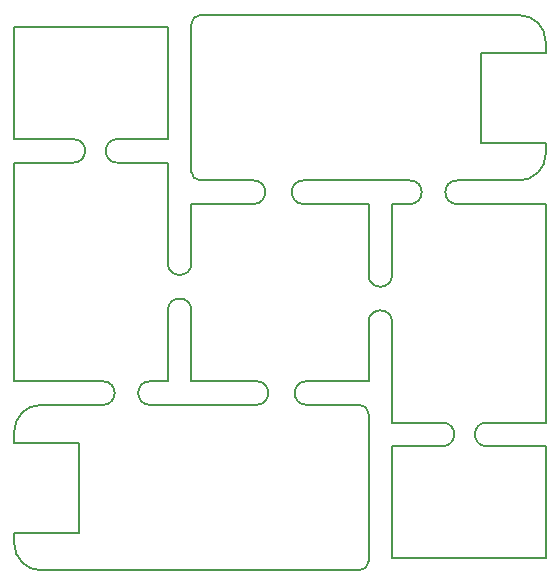
<source format=gko>
%TF.GenerationSoftware,KiCad,Pcbnew,4.0.6*%
%TF.CreationDate,2017-04-20T11:48:03-04:00*%
%TF.ProjectId,Panel,50616E656C2E6B696361645F70636200,rev?*%
%TF.FileFunction,Profile,NP*%
%FSLAX46Y46*%
G04 Gerber Fmt 4.6, Leading zero omitted, Abs format (unit mm)*
G04 Created by KiCad (PCBNEW 4.0.6) date Thu Apr 20 11:48:03 2017*
%MOMM*%
%LPD*%
G01*
G04 APERTURE LIST*
%ADD10C,0.100000*%
%ADD11C,0.150000*%
G04 APERTURE END LIST*
D10*
D11*
X137500000Y-113000000D02*
X142750000Y-113000000D01*
X124500000Y-113000000D02*
X133500000Y-113000000D01*
X115750000Y-113000000D02*
X120250000Y-113000000D01*
X120500000Y-132000000D02*
X111500000Y-132000000D01*
X129250000Y-132000000D02*
X124750000Y-132000000D01*
X115000000Y-115000000D02*
X120250000Y-115000000D01*
X133500000Y-115000000D02*
G75*
G03X133500000Y-113000000I0J1000000D01*
G01*
X124500000Y-113000000D02*
G75*
G03X124500000Y-115000000I0J-1000000D01*
G01*
X133500000Y-115000000D02*
X132000000Y-115000000D01*
X124500000Y-115000000D02*
X130000000Y-115000000D01*
X120250000Y-115000000D02*
G75*
G03X120250000Y-113000000I0J1000000D01*
G01*
X137500000Y-113000000D02*
G75*
G03X137500000Y-115000000I0J-1000000D01*
G01*
X132000000Y-145000000D02*
X132000000Y-135500000D01*
X132000000Y-145000000D02*
X132000000Y-145000000D01*
X136250000Y-135500000D02*
X132000000Y-135500000D01*
X136250000Y-135500000D02*
G75*
G03X136250000Y-133500000I0J1000000D01*
G01*
X145000000Y-135500000D02*
X140000000Y-135500000D01*
X140000000Y-133500000D02*
G75*
G03X140000000Y-135500000I0J-1000000D01*
G01*
X145000000Y-135500000D02*
X145000000Y-145000000D01*
X145000000Y-145000000D02*
X132000000Y-145000000D01*
X130000000Y-125000000D02*
X130000000Y-130000000D01*
X145000000Y-133500000D02*
X140000000Y-133500000D01*
X132000000Y-133500000D02*
X132000000Y-125000000D01*
X145000000Y-115000000D02*
X145000000Y-133500000D01*
X136250000Y-133500000D02*
X132000000Y-133500000D01*
X132000000Y-125000000D02*
G75*
G03X130000000Y-125000000I-1000000J0D01*
G01*
X130000000Y-121000000D02*
G75*
G03X132000000Y-121000000I1000000J0D01*
G01*
X137500000Y-115000000D02*
X145000000Y-115000000D01*
X132000000Y-121000000D02*
X132000000Y-115000000D01*
X130000000Y-115000000D02*
X130000000Y-121000000D01*
X120500000Y-130000000D02*
X115000000Y-130000000D01*
X115000000Y-130000000D02*
X115000000Y-124000000D01*
X113000000Y-124000000D02*
X113000000Y-130000000D01*
X113000000Y-120000000D02*
G75*
G03X115000000Y-120000000I1000000J0D01*
G01*
X115000000Y-124000000D02*
G75*
G03X113000000Y-124000000I-1000000J0D01*
G01*
X124750000Y-130000000D02*
G75*
G03X124750000Y-132000000I0J-1000000D01*
G01*
X120500000Y-132000000D02*
G75*
G03X120500000Y-130000000I0J1000000D01*
G01*
X107500000Y-130000000D02*
X100000000Y-130000000D01*
X111500000Y-130000000D02*
X113000000Y-130000000D01*
X111500000Y-130000000D02*
G75*
G03X111500000Y-132000000I0J-1000000D01*
G01*
X107500000Y-132000000D02*
G75*
G03X107500000Y-130000000I0J1000000D01*
G01*
X100000000Y-111500000D02*
X105000000Y-111500000D01*
X108750000Y-111500000D02*
X113000000Y-111500000D01*
X108750000Y-109500000D02*
X113000000Y-109500000D01*
X108750000Y-109500000D02*
G75*
G03X108750000Y-111500000I0J-1000000D01*
G01*
X113000000Y-100000000D02*
X113000000Y-109500000D01*
X105000000Y-111500000D02*
G75*
G03X105000000Y-109500000I0J1000000D01*
G01*
X100000000Y-109500000D02*
X100000000Y-100000000D01*
X100000000Y-109500000D02*
X105000000Y-109500000D01*
X115000000Y-120000000D02*
X115000000Y-115000000D01*
X130000000Y-130000000D02*
X124750000Y-130000000D01*
X100000000Y-130000000D02*
X100000000Y-111500000D01*
X100000000Y-100000000D02*
X113000000Y-100000000D01*
X113000000Y-100000000D02*
X113000000Y-100000000D01*
X113000000Y-111500000D02*
X113000000Y-120000000D01*
X129250000Y-146000000D02*
G75*
G03X130000000Y-145250000I0J750000D01*
G01*
X130000000Y-132750000D02*
G75*
G03X129250000Y-132000000I-750000J0D01*
G01*
X100000000Y-143750000D02*
G75*
G03X102250000Y-146000000I2250000J0D01*
G01*
X102250000Y-132000000D02*
G75*
G03X100000000Y-134250000I0J-2250000D01*
G01*
X100000000Y-142815000D02*
X100000000Y-143750000D01*
X105461000Y-142815000D02*
X100000000Y-142815000D01*
X105461000Y-135195000D02*
X105461000Y-142815000D01*
X100000000Y-135195000D02*
X105461000Y-135195000D01*
X100000000Y-134250000D02*
X100000000Y-135195000D01*
X107500000Y-132000000D02*
X102250000Y-132000000D01*
X130000000Y-145250000D02*
X130000000Y-132750000D01*
X102250000Y-146000000D02*
X129250000Y-146000000D01*
X115750000Y-99000000D02*
G75*
G03X115000000Y-99750000I0J-750000D01*
G01*
X115000000Y-112250000D02*
G75*
G03X115750000Y-113000000I750000J0D01*
G01*
X145000000Y-101250000D02*
G75*
G03X142750000Y-99000000I-2250000J0D01*
G01*
X142750000Y-113000000D02*
G75*
G03X145000000Y-110750000I0J2250000D01*
G01*
X145000000Y-102185000D02*
X145000000Y-101250000D01*
X139539000Y-102185000D02*
X145000000Y-102185000D01*
X139539000Y-109805000D02*
X139539000Y-102185000D01*
X145000000Y-109805000D02*
X139539000Y-109805000D01*
X145000000Y-110750000D02*
X145000000Y-109805000D01*
X115000000Y-99750000D02*
X115000000Y-112250000D01*
X142750000Y-99000000D02*
X115750000Y-99000000D01*
M02*

</source>
